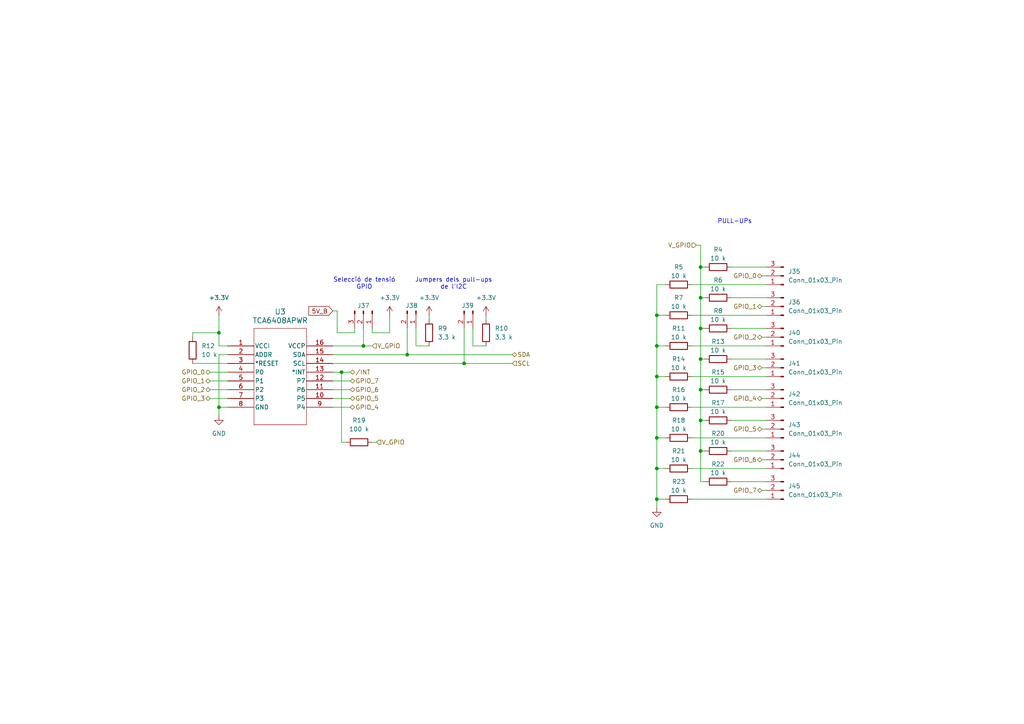
<source format=kicad_sch>
(kicad_sch (version 20231120) (generator "eeschema") (generator_version "8.0")
  (paper "A4")
  (lib_symbols
    (symbol "+3.3V_1" (power) (pin_numbers hide) (pin_names (offset 0) hide)
      (property "Value" "+3.3V" (at 0 3.556 0))
      (symbol "+3.3V_1_0_1"
        (polyline (pts (xy -0.762 1.27) (xy 0 2.54)))
        (polyline (pts (xy 0 0) (xy 0 2.54)))
        (polyline (pts (xy 0 2.54) (xy 0.762 1.27)))
      )
      (symbol "+3.3V_1_1_1"
        (pin power_in line (at 0 0 90) (length 0) (name "~") (number "1"))
      )
    )
    (symbol "+3.3V_2" (power) (pin_numbers hide) (pin_names (offset 0) hide)
      (property "Value" "+3.3V" (at 0 3.556 0))
      (symbol "+3.3V_2_0_1"
        (polyline (pts (xy -0.762 1.27) (xy 0 2.54)))
        (polyline (pts (xy 0 0) (xy 0 2.54)))
        (polyline (pts (xy 0 2.54) (xy 0.762 1.27)))
      )
      (symbol "+3.3V_2_1_1"
        (pin power_in line (at 0 0 90) (length 0) (name "~") (number "1"))
      )
    )
    (symbol "Connector:Conn_01x02_Pin" (pin_names (offset 1.016) hide)
      (property "Reference" "J" (at 0 2.54 0))
      (property "Value" "Conn_01x02_Pin" (at 0 -5.08 0))
      (symbol "Conn_01x02_Pin_1_1"
        (polyline (pts (xy 1.27 -2.54) (xy 0.8636 -2.54)) (stroke (width 0.1524)))
        (polyline (pts (xy 1.27 0) (xy 0.8636 0)) (stroke (width 0.1524)))
        (rectangle (start 0.8636 -2.413) (end 0 -2.667) (stroke (width 0.1524)) (fill (type outline)))
        (rectangle (start 0.8636 0.127) (end 0 -0.127) (stroke (width 0.1524)) (fill (type outline)))
        (pin passive line (at 5.08 0 180) (length 3.81) (name "Pin_1") (number "1"))
        (pin passive line (at 5.08 -2.54 180) (length 3.81) (name "Pin_2") (number "2"))
      )
    )
    (symbol "Connector:Conn_01x03_Pin" (pin_names (offset 1.016) hide)
      (property "Reference" "J" (at 0 5.08 0))
      (property "Value" "Conn_01x03_Pin" (at 0 -5.08 0))
      (symbol "Conn_01x03_Pin_1_1"
        (polyline (pts (xy 1.27 -2.54) (xy 0.8636 -2.54)) (stroke (width 0.1524)))
        (polyline (pts (xy 1.27 0) (xy 0.8636 0)) (stroke (width 0.1524)))
        (polyline (pts (xy 1.27 2.54) (xy 0.8636 2.54)) (stroke (width 0.1524)))
        (rectangle (start 0.8636 -2.413) (end 0 -2.667) (stroke (width 0.1524)) (fill (type outline)))
        (rectangle (start 0.8636 0.127) (end 0 -0.127) (stroke (width 0.1524)) (fill (type outline)))
        (rectangle (start 0.8636 2.667) (end 0 2.413) (stroke (width 0.1524)) (fill (type outline)))
        (pin passive line (at 5.08 2.54 180) (length 3.81) (name "Pin_1") (number "1"))
        (pin passive line (at 5.08 0 180) (length 3.81) (name "Pin_2") (number "2"))
        (pin passive line (at 5.08 -2.54 180) (length 3.81) (name "Pin_3") (number "3"))
      )
    )
    (symbol "Device:R" (pin_numbers hide) (pin_names (offset 0))
      (property "Reference" "R" (at 2.032 0 90))
      (property "Value" "R" (at 0 0 90))
      (symbol "R_0_1"
        (rectangle (start -1.016 -2.54) (end 1.016 2.54) (stroke (width 0.254)))
      )
      (symbol "R_1_1"
        (pin passive line (at 0 3.81 270) (length 1.27) (name "~") (number "1"))
        (pin passive line (at 0 -3.81 90) (length 1.27) (name "~") (number "2"))
      )
    )
    (symbol "TCA6408:TCA6408APWR" (pin_names (offset 0.254))
      (property "Reference" "U18" (at 15.24 9.906 0))
      (property "Value" "TCA6408APWR" (at 15.24 7.366 0))
      (symbol "TCA6408APWR_0_1"
        (polyline (pts (xy 7.62 -22.86) (xy 22.86 -22.86)) (stroke (width 0.127)))
        (polyline (pts (xy 7.62 5.08) (xy 7.62 -22.86)) (stroke (width 0.127)))
        (polyline (pts (xy 22.86 -22.86) (xy 22.86 5.08)) (stroke (width 0.127)))
        (polyline (pts (xy 22.86 5.08) (xy 7.62 5.08)) (stroke (width 0.127)))
        (pin power_in line (at 0 0 0) (length 7.62) (name "VCCI") (number "1"))
        (pin output line (at 30.48 -15.24 180) (length 7.62) (name "P5") (number "10"))
        (pin output line (at 30.48 -12.7 180) (length 7.62) (name "P6") (number "11"))
        (pin output line (at 30.48 -10.16 180) (length 7.62) (name "P7") (number "12"))
        (pin output line (at 30.48 -7.62 180) (length 7.62) (name "*INT") (number "13"))
        (pin bidirectional line (at 30.48 -5.08 180) (length 7.62) (name "SCL") (number "14"))
        (pin bidirectional line (at 30.48 -2.54 180) (length 7.62) (name "SDA") (number "15"))
        (pin power_in line (at 30.48 0 180) (length 7.62) (name "VCCP") (number "16"))
        (pin unspecified line (at 0 -2.54 0) (length 7.62) (name "ADDR") (number "2"))
        (pin input line (at 0 -5.08 0) (length 7.62) (name "*RESET") (number "3"))
        (pin output line (at 0 -7.62 0) (length 7.62) (name "P0") (number "4"))
        (pin output line (at 0 -10.16 0) (length 7.62) (name "P1") (number "5"))
        (pin output line (at 0 -12.7 0) (length 7.62) (name "P2") (number "6"))
        (pin output line (at 0 -15.24 0) (length 7.62) (name "P3") (number "7"))
        (pin power_in line (at 0 -17.78 0) (length 7.62) (name "GND") (number "8"))
        (pin output line (at 30.48 -17.78 180) (length 7.62) (name "P4") (number "9"))
      )
    )
    (symbol "power:+3.3V" (power) (pin_numbers hide) (pin_names (offset 0) hide)
      (property "Value" "+3.3V" (at 0 3.556 0))
      (symbol "+3.3V_0_1"
        (polyline (pts (xy -0.762 1.27) (xy 0 2.54)))
        (polyline (pts (xy 0 0) (xy 0 2.54)))
        (polyline (pts (xy 0 2.54) (xy 0.762 1.27)))
      )
      (symbol "+3.3V_1_1"
        (pin power_in line (at 0 0 90) (length 0) (name "~") (number "1"))
      )
    )
    (symbol "power:GND" (power) (pin_numbers hide) (pin_names (offset 0) hide)
      (property "Value" "GND" (at 0 -3.81 0))
      (symbol "GND_0_1"
        (polyline (pts (xy 0 0) (xy 0 -1.27) (xy 1.27 -1.27) (xy 0 -2.54) (xy -1.27 -1.27) (xy 0 -1.27)))
      )
      (symbol "GND_1_1"
        (pin power_in line (at 0 0 270) (length 0) (name "~") (number "1"))
      )
    )
  )
  (junction (at 63.5 96.52))
  (junction (at 190.5 100.33))
  (junction (at 63.5 118.11))
  (junction (at 99.06 107.95))
  (junction (at 190.5 109.22))
  (junction (at 118.11 102.87))
  (junction (at 203.2 130.81))
  (junction (at 203.2 95.25))
  (junction (at 203.2 77.47))
  (junction (at 203.2 86.36))
  (junction (at 203.2 113.03))
  (junction (at 190.5 127))
  (junction (at 134.62 105.41))
  (junction (at 105.41 100.33))
  (junction (at 190.5 91.44))
  (junction (at 190.5 144.78))
  (junction (at 190.5 118.11))
  (junction (at 203.2 104.14))
  (junction (at 190.5 135.89))
  (junction (at 203.2 121.92))
  (wire (pts (xy 124.46 91.44) (xy 124.46 92.71)))
  (wire (pts (xy 212.09 113.03) (xy 222.25 113.03)))
  (wire (pts (xy 102.87 96.52) (xy 102.87 95.25)))
  (wire (pts (xy 190.5 91.44) (xy 190.5 82.55)))
  (wire (pts (xy 203.2 95.25) (xy 204.47 95.25)))
  (wire (pts (xy 200.66 82.55) (xy 222.25 82.55)))
  (wire (pts (xy 60.96 115.57) (xy 66.04 115.57)))
  (wire (pts (xy 212.09 95.25) (xy 222.25 95.25)))
  (wire (pts (xy 203.2 104.14) (xy 203.2 113.03)))
  (wire (pts (xy 113.03 96.52) (xy 107.95 96.52)))
  (wire (pts (xy 63.5 96.52) (xy 63.5 100.33)))
  (wire (pts (xy 200.66 127) (xy 222.25 127)))
  (wire (pts (xy 200.66 144.78) (xy 222.25 144.78)))
  (wire (pts (xy 203.2 95.25) (xy 203.2 104.14)))
  (wire (pts (xy 200.66 118.11) (xy 222.25 118.11)))
  (wire (pts (xy 134.62 105.41) (xy 134.62 95.25)))
  (wire (pts (xy 60.96 110.49) (xy 66.04 110.49)))
  (wire (pts (xy 190.5 100.33) (xy 190.5 91.44)))
  (wire (pts (xy 203.2 86.36) (xy 203.2 95.25)))
  (wire (pts (xy 134.62 105.41) (xy 148.59 105.41)))
  (wire (pts (xy 222.25 124.46) (xy 220.98 124.46)))
  (wire (pts (xy 120.65 100.33) (xy 124.46 100.33)))
  (wire (pts (xy 97.79 90.17) (xy 97.79 96.52)))
  (wire (pts (xy 190.5 91.44) (xy 193.04 91.44)))
  (wire (pts (xy 96.52 90.17) (xy 97.79 90.17)))
  (wire (pts (xy 190.5 127) (xy 193.04 127)))
  (wire (pts (xy 118.11 102.87) (xy 118.11 95.25)))
  (wire (pts (xy 212.09 77.47) (xy 222.25 77.47)))
  (wire (pts (xy 222.25 97.79) (xy 220.98 97.79)))
  (wire (pts (xy 212.09 104.14) (xy 222.25 104.14)))
  (wire (pts (xy 212.09 86.36) (xy 222.25 86.36)))
  (wire (pts (xy 96.52 110.49) (xy 101.6 110.49)))
  (wire (pts (xy 222.25 106.68) (xy 220.98 106.68)))
  (wire (pts (xy 203.2 121.92) (xy 203.2 130.81)))
  (wire (pts (xy 203.2 113.03) (xy 203.2 121.92)))
  (wire (pts (xy 203.2 104.14) (xy 204.47 104.14)))
  (wire (pts (xy 107.95 96.52) (xy 107.95 95.25)))
  (wire (pts (xy 222.25 115.57) (xy 220.98 115.57)))
  (wire (pts (xy 203.2 130.81) (xy 204.47 130.81)))
  (wire (pts (xy 96.52 102.87) (xy 118.11 102.87)))
  (wire (pts (xy 200.66 100.33) (xy 222.25 100.33)))
  (wire (pts (xy 190.5 109.22) (xy 190.5 100.33)))
  (wire (pts (xy 107.95 128.27) (xy 109.22 128.27)))
  (wire (pts (xy 96.52 118.11) (xy 101.6 118.11)))
  (wire (pts (xy 118.11 102.87) (xy 148.59 102.87)))
  (wire (pts (xy 222.25 142.24) (xy 220.98 142.24)))
  (wire (pts (xy 190.5 127) (xy 190.5 118.11)))
  (wire (pts (xy 113.03 91.44) (xy 113.03 96.52)))
  (wire (pts (xy 66.04 102.87) (xy 63.5 102.87)))
  (wire (pts (xy 203.2 77.47) (xy 203.2 86.36)))
  (wire (pts (xy 212.09 130.81) (xy 222.25 130.81)))
  (wire (pts (xy 63.5 102.87) (xy 63.5 118.11)))
  (wire (pts (xy 105.41 95.25) (xy 105.41 100.33)))
  (wire (pts (xy 200.66 91.44) (xy 222.25 91.44)))
  (wire (pts (xy 63.5 120.65) (xy 63.5 118.11)))
  (wire (pts (xy 212.09 139.7) (xy 222.25 139.7)))
  (wire (pts (xy 203.2 77.47) (xy 204.47 77.47)))
  (wire (pts (xy 203.2 71.12) (xy 203.2 77.47)))
  (wire (pts (xy 55.88 97.79) (xy 55.88 96.52)))
  (wire (pts (xy 190.5 118.11) (xy 190.5 109.22)))
  (wire (pts (xy 96.52 115.57) (xy 101.6 115.57)))
  (wire (pts (xy 190.5 118.11) (xy 193.04 118.11)))
  (wire (pts (xy 203.2 139.7) (xy 204.47 139.7)))
  (wire (pts (xy 190.5 100.33) (xy 193.04 100.33)))
  (wire (pts (xy 212.09 121.92) (xy 222.25 121.92)))
  (wire (pts (xy 201.93 71.12) (xy 203.2 71.12)))
  (wire (pts (xy 99.06 128.27) (xy 99.06 107.95)))
  (wire (pts (xy 96.52 107.95) (xy 99.06 107.95)))
  (wire (pts (xy 97.79 96.52) (xy 102.87 96.52)))
  (wire (pts (xy 96.52 113.03) (xy 101.6 113.03)))
  (wire (pts (xy 222.25 88.9) (xy 220.98 88.9)))
  (wire (pts (xy 63.5 91.44) (xy 63.5 96.52)))
  (wire (pts (xy 140.97 91.44) (xy 140.97 92.71)))
  (wire (pts (xy 190.5 144.78) (xy 190.5 135.89)))
  (wire (pts (xy 203.2 113.03) (xy 204.47 113.03)))
  (wire (pts (xy 137.16 100.33) (xy 140.97 100.33)))
  (wire (pts (xy 99.06 107.95) (xy 101.6 107.95)))
  (wire (pts (xy 105.41 100.33) (xy 107.95 100.33)))
  (wire (pts (xy 203.2 86.36) (xy 204.47 86.36)))
  (wire (pts (xy 200.66 135.89) (xy 222.25 135.89)))
  (wire (pts (xy 120.65 95.25) (xy 120.65 100.33)))
  (wire (pts (xy 190.5 82.55) (xy 193.04 82.55)))
  (wire (pts (xy 137.16 95.25) (xy 137.16 100.33)))
  (wire (pts (xy 96.52 100.33) (xy 105.41 100.33)))
  (wire (pts (xy 55.88 96.52) (xy 63.5 96.52)))
  (wire (pts (xy 200.66 109.22) (xy 222.25 109.22)))
  (wire (pts (xy 60.96 107.95) (xy 66.04 107.95)))
  (wire (pts (xy 63.5 118.11) (xy 66.04 118.11)))
  (wire (pts (xy 222.25 80.01) (xy 220.98 80.01)))
  (wire (pts (xy 63.5 100.33) (xy 66.04 100.33)))
  (wire (pts (xy 55.88 105.41) (xy 66.04 105.41)))
  (wire (pts (xy 190.5 147.32) (xy 190.5 144.78)))
  (wire (pts (xy 203.2 121.92) (xy 204.47 121.92)))
  (wire (pts (xy 203.2 130.81) (xy 203.2 139.7)))
  (wire (pts (xy 60.96 113.03) (xy 66.04 113.03)))
  (wire (pts (xy 190.5 135.89) (xy 190.5 127)))
  (wire (pts (xy 99.06 128.27) (xy 100.33 128.27)))
  (wire (pts (xy 96.52 105.41) (xy 134.62 105.41)))
  (wire (pts (xy 190.5 135.89) (xy 193.04 135.89)))
  (wire (pts (xy 190.5 109.22) (xy 193.04 109.22)))
  (wire (pts (xy 190.5 144.78) (xy 193.04 144.78)))
  (wire (pts (xy 222.25 133.35) (xy 220.98 133.35)))
  (text "Jumpers dels pull-ups\nde l'I2C" (at 131.572 82.296 0) (effects (font (size 1.27 1.27))))
  (text "PULL-UPs" (at 213.106 64.262 0) (effects (font (size 1.27 1.27))))
  (text "Selecció de tensió\nGPIO" (at 105.664 82.296 0) (effects (font (size 1.27 1.27))))
  (global_label "5V_B" (shape input) (at 96.52 90.17 180) (property "Intersheetrefs" "${INTERSHEET_REFS}" (effects (hide yes))))
  (hierarchical_label "GPIO_7" (shape bidirectional) (at 220.98 142.24 180))
  (hierarchical_label "V_GPIO" (shape input) (at 107.95 100.33 0))
  (hierarchical_label "V_GPIO" (shape input) (at 109.22 128.27 0))
  (hierarchical_label "GPIO_6" (shape bidirectional) (at 101.6 113.03 0))
  (hierarchical_label "{slash}INT" (shape bidirectional) (at 101.6 107.95 0))
  (hierarchical_label "GPIO_6" (shape bidirectional) (at 220.98 133.35 180))
  (hierarchical_label "GPIO_0" (shape bidirectional) (at 220.98 80.01 180))
  (hierarchical_label "GPIO_0" (shape bidirectional) (at 60.96 107.95 180))
  (hierarchical_label "GPIO_7" (shape bidirectional) (at 101.6 110.49 0))
  (hierarchical_label "V_GPIO" (shape input) (at 201.93 71.12 180))
  (hierarchical_label "GPIO_4" (shape bidirectional) (at 101.6 118.11 0))
  (hierarchical_label "GPIO_1" (shape bidirectional) (at 60.96 110.49 180))
  (hierarchical_label "GPIO_5" (shape bidirectional) (at 101.6 115.57 0))
  (hierarchical_label "GPIO_5" (shape bidirectional) (at 220.98 124.46 180))
  (hierarchical_label "GPIO_3" (shape bidirectional) (at 220.98 106.68 180))
  (hierarchical_label "GPIO_3" (shape bidirectional) (at 60.96 115.57 180))
  (hierarchical_label "GPIO_2" (shape bidirectional) (at 60.96 113.03 180))
  (hierarchical_label "GPIO_4" (shape bidirectional) (at 220.98 115.57 180))
  (hierarchical_label "GPIO_2" (shape bidirectional) (at 220.98 97.79 180))
  (hierarchical_label "SDA" (shape bidirectional) (at 148.59 102.87 0))
  (hierarchical_label "GPIO_1" (shape bidirectional) (at 220.98 88.9 180))
  (hierarchical_label "SCL" (shape input) (at 148.59 105.41 0))
  (symbol (lib_id "Connector:Conn_01x02_Pin") (at 120.65 90.17 270) (unit 1)
    (property "Reference" "J38" (at 117.602 88.646 90) (effects (justify left)))
    (property "Value" "Conn_01x02_Pin" (effects (hide yes)))
    (property "Footprint" "Connector_PinHeader_2.54mm:PinHeader_1x02_P2.54mm_Vertical" (effects (hide yes)))
    (property "Description" "Generic connector, single row, 01x02, script generated" (effects (hide yes)))
  )
  (symbol (lib_id "Device:R") (at 196.85 82.55 90) (unit 1)
    (property "Reference" "R5" (at 196.85 77.47 90))
    (property "Value" "10 k" (at 196.85 80.01 90))
    (property "Footprint" "Resistor_SMD:R_0603_1608Metric_Pad0.98x0.95mm_HandSolder" (effects (hide yes)))
    (property "Description" "Resistor" (effects (hide yes)))
  )
  (symbol (lib_id "power:+3.3V") (at 63.5 91.44 0) (unit 1)
    (property "Reference" "#PWR036" (effects (hide yes)))
    (property "Value" "+3.3V" (at 63.5 86.36 0))
    (property "Description" "Power symbol creates a global label with name \"+3.3V\"" (effects (hide yes)))
  )
  (symbol (lib_id "Device:R") (at 208.28 86.36 90) (unit 1)
    (property "Reference" "R6" (at 208.28 81.28 90))
    (property "Value" "10 k" (at 208.28 83.82 90))
    (property "Footprint" "Resistor_SMD:R_0603_1608Metric_Pad0.98x0.95mm_HandSolder" (effects (hide yes)))
    (property "Description" "Resistor" (effects (hide yes)))
  )
  (symbol (lib_id "Device:R") (at 104.14 128.27 270) (unit 1)
    (property "Reference" "R19" (at 104.14 121.92 90))
    (property "Value" "100 k" (at 104.14 124.46 90))
    (property "Footprint" "Resistor_SMD:R_0603_1608Metric_Pad0.98x0.95mm_HandSolder" (effects (hide yes)))
    (property "Description" "Resistor" (effects (hide yes)))
  )
  (symbol (lib_id "Connector:Conn_01x03_Pin") (at 227.33 133.35 180) (unit 1)
    (property "Reference" "J44" (at 228.6 132.0799 0) (effects (justify right)))
    (property "Value" "Conn_01x03_Pin" (at 228.6 134.6199 0) (effects (justify right)))
    (property "Footprint" "Connector_PinHeader_2.54mm:PinHeader_1x03_P2.54mm_Vertical" (effects (hide yes)))
    (property "Description" "Generic connector, single row, 01x03, script generated" (effects (hide yes)))
  )
  (symbol (lib_id "Device:R") (at 208.28 130.81 90) (unit 1)
    (property "Reference" "R20" (at 208.28 125.73 90))
    (property "Value" "10 k" (at 208.28 128.27 90))
    (property "Footprint" "Resistor_SMD:R_0603_1608Metric_Pad0.98x0.95mm_HandSolder" (effects (hide yes)))
    (property "Description" "Resistor" (effects (hide yes)))
  )
  (symbol (lib_id "Device:R") (at 124.46 96.52 180) (unit 1)
    (property "Reference" "R9" (at 127 95.2499 0) (effects (justify right)))
    (property "Value" "3,3 k" (at 127 97.7899 0) (effects (justify right)))
    (property "Footprint" "Resistor_SMD:R_0603_1608Metric_Pad0.98x0.95mm_HandSolder" (effects (hide yes)))
    (property "Description" "Resistor" (effects (hide yes)))
  )
  (symbol (lib_id "power:+3.3V") (at 113.03 91.44 0) (unit 1)
    (property "Reference" "#PWR037" (effects (hide yes)))
    (property "Value" "+3.3V" (at 113.03 86.36 0))
    (property "Description" "Power symbol creates a global label with name \"+3.3V\"" (effects (hide yes)))
  )
  (symbol (lib_id "Device:R") (at 208.28 77.47 90) (unit 1)
    (property "Reference" "R4" (at 208.28 72.39 90))
    (property "Value" "10 k" (at 208.28 74.93 90))
    (property "Footprint" "Resistor_SMD:R_0603_1608Metric_Pad0.98x0.95mm_HandSolder" (effects (hide yes)))
    (property "Description" "Resistor" (effects (hide yes)))
  )
  (symbol (lib_id "Device:R") (at 196.85 100.33 90) (unit 1)
    (property "Reference" "R11" (at 196.85 95.25 90))
    (property "Value" "10 k" (at 196.85 97.79 90))
    (property "Footprint" "Resistor_SMD:R_0603_1608Metric_Pad0.98x0.95mm_HandSolder" (effects (hide yes)))
    (property "Description" "Resistor" (effects (hide yes)))
  )
  (symbol (lib_id "Connector:Conn_01x03_Pin") (at 227.33 88.9 180) (unit 1)
    (property "Reference" "J36" (at 228.6 87.6299 0) (effects (justify right)))
    (property "Value" "Conn_01x03_Pin" (at 228.6 90.1699 0) (effects (justify right)))
    (property "Footprint" "Connector_PinHeader_2.54mm:PinHeader_1x03_P2.54mm_Vertical" (effects (hide yes)))
    (property "Description" "Generic connector, single row, 01x03, script generated" (effects (hide yes)))
  )
  (symbol (lib_id "Device:R") (at 208.28 139.7 90) (unit 1)
    (property "Reference" "R22" (at 208.28 134.62 90))
    (property "Value" "10 k" (at 208.28 137.16 90))
    (property "Footprint" "Resistor_SMD:R_0603_1608Metric_Pad0.98x0.95mm_HandSolder" (effects (hide yes)))
    (property "Description" "Resistor" (effects (hide yes)))
  )
  (symbol (lib_name "+3.3V_1") (lib_id "power:+3.3V") (at 124.46 91.44 0) (unit 1)
    (property "Reference" "#PWR038" (effects (hide yes)))
    (property "Value" "+3.3V" (at 124.46 86.36 0))
    (property "Description" "Power symbol creates a global label with name \"+3.3V\"" (effects (hide yes)))
  )
  (symbol (lib_id "Device:R") (at 140.97 96.52 180) (unit 1)
    (property "Reference" "R10" (at 143.51 95.2499 0) (effects (justify right)))
    (property "Value" "3,3 k" (at 143.51 97.7899 0) (effects (justify right)))
    (property "Footprint" "Resistor_SMD:R_0603_1608Metric_Pad0.98x0.95mm_HandSolder" (effects (hide yes)))
    (property "Description" "Resistor" (effects (hide yes)))
  )
  (symbol (lib_id "Device:R") (at 208.28 121.92 90) (unit 1)
    (property "Reference" "R17" (at 208.28 116.84 90))
    (property "Value" "10 k" (at 208.28 119.38 90))
    (property "Footprint" "Resistor_SMD:R_0603_1608Metric_Pad0.98x0.95mm_HandSolder" (effects (hide yes)))
    (property "Description" "Resistor" (effects (hide yes)))
  )
  (symbol (lib_id "Connector:Conn_01x03_Pin") (at 227.33 124.46 180) (unit 1)
    (property "Reference" "J43" (at 228.6 123.1899 0) (effects (justify right)))
    (property "Value" "Conn_01x03_Pin" (at 228.6 125.7299 0) (effects (justify right)))
    (property "Footprint" "Connector_PinHeader_2.54mm:PinHeader_1x03_P2.54mm_Vertical" (effects (hide yes)))
    (property "Description" "Generic connector, single row, 01x03, script generated" (effects (hide yes)))
  )
  (symbol (lib_id "Device:R") (at 196.85 91.44 90) (unit 1)
    (property "Reference" "R7" (at 196.85 86.36 90))
    (property "Value" "10 k" (at 196.85 88.9 90))
    (property "Footprint" "Resistor_SMD:R_0603_1608Metric_Pad0.98x0.95mm_HandSolder" (effects (hide yes)))
    (property "Description" "Resistor" (effects (hide yes)))
  )
  (symbol (lib_id "Connector:Conn_01x03_Pin") (at 227.33 115.57 180) (unit 1)
    (property "Reference" "J42" (at 228.6 114.2999 0) (effects (justify right)))
    (property "Value" "Conn_01x03_Pin" (at 228.6 116.8399 0) (effects (justify right)))
    (property "Footprint" "Connector_PinHeader_2.54mm:PinHeader_1x03_P2.54mm_Vertical" (effects (hide yes)))
    (property "Description" "Generic connector, single row, 01x03, script generated" (effects (hide yes)))
  )
  (symbol (lib_id "Device:R") (at 196.85 127 90) (unit 1)
    (property "Reference" "R18" (at 196.85 121.92 90))
    (property "Value" "10 k" (at 196.85 124.46 90))
    (property "Footprint" "Resistor_SMD:R_0603_1608Metric_Pad0.98x0.95mm_HandSolder" (effects (hide yes)))
    (property "Description" "Resistor" (effects (hide yes)))
  )
  (symbol (lib_id "Connector:Conn_01x02_Pin") (at 137.16 90.17 270) (unit 1)
    (property "Reference" "J39" (at 133.858 88.646 90) (effects (justify left)))
    (property "Value" "Conn_01x02_Pin" (effects (hide yes)))
    (property "Footprint" "Connector_PinHeader_2.54mm:PinHeader_1x02_P2.54mm_Vertical" (effects (hide yes)))
    (property "Description" "Generic connector, single row, 01x02, script generated" (effects (hide yes)))
  )
  (symbol (lib_id "Device:R") (at 196.85 135.89 90) (unit 1)
    (property "Reference" "R21" (at 196.85 130.81 90))
    (property "Value" "10 k" (at 196.85 133.35 90))
    (property "Footprint" "Resistor_SMD:R_0603_1608Metric_Pad0.98x0.95mm_HandSolder" (effects (hide yes)))
    (property "Description" "Resistor" (effects (hide yes)))
  )
  (symbol (lib_id "Device:R") (at 208.28 95.25 90) (unit 1)
    (property "Reference" "R8" (at 208.28 90.17 90))
    (property "Value" "10 k" (at 208.28 92.71 90))
    (property "Footprint" "Resistor_SMD:R_0603_1608Metric_Pad0.98x0.95mm_HandSolder" (effects (hide yes)))
    (property "Description" "Resistor" (effects (hide yes)))
  )
  (symbol (lib_id "Device:R") (at 55.88 101.6 0) (unit 1)
    (property "Reference" "R12" (at 58.42 100.3299 0) (effects (justify left)))
    (property "Value" "10 k" (at 58.42 102.8699 0) (effects (justify left)))
    (property "Footprint" "Resistor_SMD:R_0603_1608Metric_Pad0.98x0.95mm_HandSolder" (effects (hide yes)))
    (property "Description" "Resistor" (effects (hide yes)))
  )
  (symbol (lib_id "Connector:Conn_01x03_Pin") (at 227.33 142.24 180) (unit 1)
    (property "Reference" "J45" (at 228.6 140.9699 0) (effects (justify right)))
    (property "Value" "Conn_01x03_Pin" (at 228.6 143.5099 0) (effects (justify right)))
    (property "Footprint" "Connector_PinHeader_2.54mm:PinHeader_1x03_P2.54mm_Vertical" (effects (hide yes)))
    (property "Description" "Generic connector, single row, 01x03, script generated" (effects (hide yes)))
  )
  (symbol (lib_id "Connector:Conn_01x03_Pin") (at 227.33 80.01 180) (unit 1)
    (property "Reference" "J35" (at 228.6 78.7399 0) (effects (justify right)))
    (property "Value" "Conn_01x03_Pin" (at 228.6 81.2799 0) (effects (justify right)))
    (property "Footprint" "Connector_PinHeader_2.54mm:PinHeader_1x03_P2.54mm_Vertical" (effects (hide yes)))
    (property "Description" "Generic connector, single row, 01x03, script generated" (effects (hide yes)))
  )
  (symbol (lib_id "Connector:Conn_01x03_Pin") (at 105.41 90.17 270) (unit 1)
    (property "Reference" "J37" (at 105.41 88.646 90))
    (property "Value" "Conn_01x03_Pin" (effects (hide yes)))
    (property "Footprint" "Connector_PinHeader_2.54mm:PinHeader_1x03_P2.54mm_Vertical" (effects (hide yes)))
    (property "Description" "Generic connector, single row, 01x03, script generated" (effects (hide yes)))
  )
  (symbol (lib_id "power:GND") (at 63.5 120.65 0) (unit 1)
    (property "Reference" "#PWR040" (effects (hide yes)))
    (property "Value" "GND" (at 63.5 125.73 0))
    (property "Description" "Power symbol creates a global label with name \"GND\" , ground" (effects (hide yes)))
  )
  (symbol (lib_id "Device:R") (at 196.85 144.78 90) (unit 1)
    (property "Reference" "R23" (at 196.85 139.7 90))
    (property "Value" "10 k" (at 196.85 142.24 90))
    (property "Footprint" "Resistor_SMD:R_0603_1608Metric_Pad0.98x0.95mm_HandSolder" (effects (hide yes)))
    (property "Description" "Resistor" (effects (hide yes)))
  )
  (symbol (lib_name "+3.3V_2") (lib_id "power:+3.3V") (at 140.97 91.44 0) (unit 1)
    (property "Reference" "#PWR039" (effects (hide yes)))
    (property "Value" "+3.3V" (at 140.97 86.36 0))
    (property "Description" "Power symbol creates a global label with name \"+3.3V\"" (effects (hide yes)))
  )
  (symbol (lib_id "Connector:Conn_01x03_Pin") (at 227.33 97.79 180) (unit 1)
    (property "Reference" "J40" (at 228.6 96.5199 0) (effects (justify right)))
    (property "Value" "Conn_01x03_Pin" (at 228.6 99.0599 0) (effects (justify right)))
    (property "Footprint" "Connector_PinHeader_2.54mm:PinHeader_1x03_P2.54mm_Vertical" (effects (hide yes)))
    (property "Description" "Generic connector, single row, 01x03, script generated" (effects (hide yes)))
  )
  (symbol (lib_id "TCA6408:TCA6408APWR") (at 66.04 100.33 0) (unit 1)
    (property "Reference" "U3" (at 81.28 90.424 0) (effects (font (size 1.524 1.524))))
    (property "Value" "TCA6408APWR" (at 81.28 92.964 0) (effects (font (size 1.524 1.524))))
    (property "Footprint" "PW16" (effects (hide yes)))
    (property "Datasheet" "TCA6408APWR" (effects (hide yes)))
  )
  (symbol (lib_id "Device:R") (at 196.85 118.11 90) (unit 1)
    (property "Reference" "R16" (at 196.85 113.03 90))
    (property "Value" "10 k" (at 196.85 115.57 90))
    (property "Footprint" "Resistor_SMD:R_0603_1608Metric_Pad0.98x0.95mm_HandSolder" (effects (hide yes)))
    (property "Description" "Resistor" (effects (hide yes)))
  )
  (symbol (lib_id "Device:R") (at 196.85 109.22 90) (unit 1)
    (property "Reference" "R14" (at 196.85 104.14 90))
    (property "Value" "10 k" (at 196.85 106.68 90))
    (property "Footprint" "Resistor_SMD:R_0603_1608Metric_Pad0.98x0.95mm_HandSolder" (effects (hide yes)))
    (property "Description" "Resistor" (effects (hide yes)))
  )
  (symbol (lib_id "Device:R") (at 208.28 104.14 90) (unit 1)
    (property "Reference" "R13" (at 208.28 99.06 90))
    (property "Value" "10 k" (at 208.28 101.6 90))
    (property "Footprint" "Resistor_SMD:R_0603_1608Metric_Pad0.98x0.95mm_HandSolder" (effects (hide yes)))
    (property "Description" "Resistor" (effects (hide yes)))
  )
  (symbol (lib_id "Device:R") (at 208.28 113.03 90) (unit 1)
    (property "Reference" "R15" (at 208.28 107.95 90))
    (property "Value" "10 k" (at 208.28 110.49 90))
    (property "Footprint" "Resistor_SMD:R_0603_1608Metric_Pad0.98x0.95mm_HandSolder" (effects (hide yes)))
    (property "Description" "Resistor" (effects (hide yes)))
  )
  (symbol (lib_id "power:GND") (at 190.5 147.32 0) (unit 1)
    (property "Reference" "#PWR041" (effects (hide yes)))
    (property "Value" "GND" (at 190.5 152.4 0))
    (property "Description" "Power symbol creates a global label with name \"GND\" , ground" (effects (hide yes)))
  )
  (symbol (lib_id "Connector:Conn_01x03_Pin") (at 227.33 106.68 180) (unit 1)
    (property "Reference" "J41" (at 228.6 105.4099 0) (effects (justify right)))
    (property "Value" "Conn_01x03_Pin" (at 228.6 107.9499 0) (effects (justify right)))
    (property "Footprint" "Connector_PinHeader_2.54mm:PinHeader_1x03_P2.54mm_Vertical" (effects (hide yes)))
    (property "Description" "Generic connector, single row, 01x03, script generated" (effects (hide yes)))
  )
)
</source>
